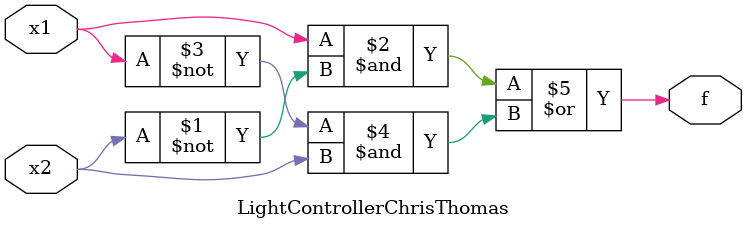
<source format=v>
module LightControllerChrisThomas(x1,x2,f);

	input x1, x2;				//inputs for controller
	output f;					//output for controller
	
	assign f=(x1 & ~x2) | (~x1 & x2);  //assign output for controller
	
endmodule
</source>
